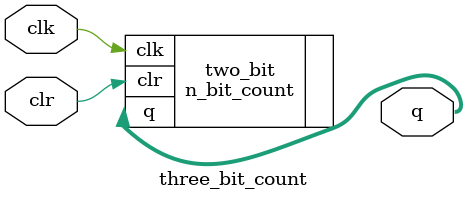
<source format=v>
`timescale 1ns / 1ns
module three_bit_count(input clk,
                       input clr,
                       output [2:0] q);
    n_bit_count #(.N(3)) two_bit(.clk(clk),.clr(clr), .q(q));
endmodule

</source>
